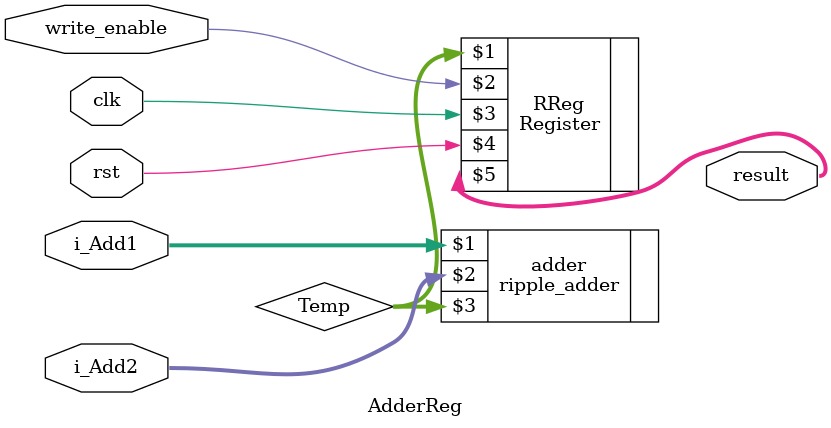
<source format=v>
module AdderReg(i_Add1,i_Add2,result,write_enable,clk,rst);
input [63:0] i_Add1;
input [63:0] i_Add2;
output [64:0]result;
input write_enable;
input clk;
input rst;
reg[64:0] Temp;
ripple_adder #( 64) adder(i_Add1, i_Add2, Temp);
Register RReg (Temp,write_enable,clk,rst,result);
endmodule

</source>
